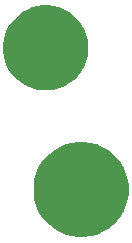
<source format=gbr>
%TF.GenerationSoftware,Altium Limited,Altium Designer,22.1.2 (22)*%
G04 Layer_Color=0*
%FSLAX26Y26*%
%MOIN*%
%TF.SameCoordinates,2995F0C5-4C3E-44F3-91CA-E5D3315D7569*%
%TF.FilePolarity,Positive*%
%TF.FileFunction,NonPlated,1,2,NPTH,Drill*%
%TF.Part,Single*%
G01*
G75*
G36*
X5077515Y1299213D02*
Y1288810D01*
X5080230Y1268184D01*
X5085615Y1248089D01*
X5093576Y1228868D01*
X5103978Y1210851D01*
X5116643Y1194346D01*
X5131354Y1179635D01*
X5147859Y1166970D01*
X5165876Y1156568D01*
X5185097Y1148607D01*
X5205192Y1143222D01*
X5225818Y1140507D01*
X5236221D01*
X5246623D01*
X5267249Y1143222D01*
X5287344Y1148607D01*
X5306565Y1156568D01*
X5324582Y1166970D01*
X5341087Y1179635D01*
X5355798Y1194346D01*
X5368463Y1210851D01*
X5378865Y1228868D01*
X5386826Y1248089D01*
X5392211Y1268184D01*
X5394926Y1288810D01*
Y1299213D01*
Y1309615D01*
X5392211Y1330241D01*
X5386826Y1350336D01*
X5378865Y1369557D01*
X5368463Y1387574D01*
X5355798Y1404079D01*
X5341087Y1418790D01*
X5324582Y1431455D01*
X5306565Y1441857D01*
X5287344Y1449818D01*
X5267249Y1455203D01*
X5246623Y1457918D01*
X5236221D01*
X5225818D01*
X5205192Y1455203D01*
X5185097Y1449818D01*
X5165876Y1441857D01*
X5147859Y1431455D01*
X5131354Y1418790D01*
X5116643Y1404079D01*
X5103978Y1387574D01*
X5093576Y1369557D01*
X5085615Y1350336D01*
X5080230Y1330241D01*
X5077515Y1309615D01*
Y1299213D01*
D01*
D02*
G37*
G36*
X4976159Y1771653D02*
Y1762350D01*
X4978588Y1743901D01*
X4983404Y1725927D01*
X4990525Y1708736D01*
X4999829Y1692620D01*
X5011157Y1677858D01*
X5024315Y1664700D01*
X5039077Y1653372D01*
X5055192Y1644068D01*
X5072384Y1636947D01*
X5090358Y1632131D01*
X5108806Y1629703D01*
X5118110D01*
X5127414D01*
X5145863Y1632131D01*
X5163837Y1636947D01*
X5181028Y1644068D01*
X5197143Y1653372D01*
X5211906Y1664700D01*
X5225064Y1677858D01*
X5236391Y1692620D01*
X5245695Y1708736D01*
X5252816Y1725927D01*
X5257632Y1743901D01*
X5260061Y1762350D01*
Y1771653D01*
Y1780957D01*
X5257632Y1799406D01*
X5252816Y1817380D01*
X5245695Y1834571D01*
X5236391Y1850686D01*
X5225064Y1865449D01*
X5211906Y1878607D01*
X5197143Y1889935D01*
X5181028Y1899238D01*
X5163837Y1906360D01*
X5145863Y1911176D01*
X5127414Y1913604D01*
X5118110D01*
X5108806D01*
X5090358Y1911176D01*
X5072384Y1906360D01*
X5055192Y1899238D01*
X5039077Y1889935D01*
X5024315Y1878607D01*
X5011157Y1865449D01*
X4999829Y1850686D01*
X4990525Y1834571D01*
X4983404Y1817380D01*
X4978588Y1799406D01*
X4976159Y1780957D01*
Y1771653D01*
D01*
D02*
G37*
%TF.MD5,1ac05ba7434baa85f97e6bd6b794ba2d*%
M02*

</source>
